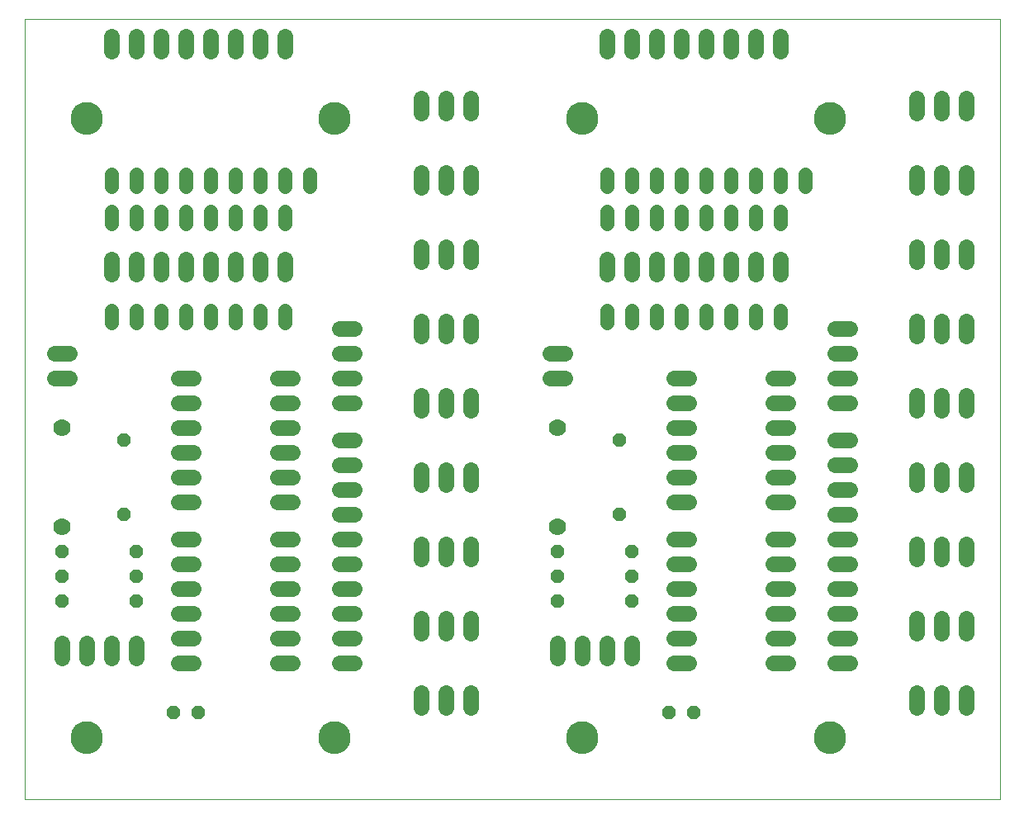
<source format=gts>
G75*
%MOIN*%
%OFA0B0*%
%FSLAX25Y25*%
%IPPOS*%
%LPD*%
%AMOC8*
5,1,8,0,0,1.08239X$1,22.5*
%
%ADD10C,0.00000*%
%ADD11C,0.07000*%
%ADD12C,0.06400*%
%ADD13OC8,0.05600*%
%ADD14C,0.05600*%
%ADD15C,0.12998*%
D10*
X0001000Y0003000D02*
X0001000Y0317961D01*
X0394701Y0317961D01*
X0394701Y0003000D01*
X0001000Y0003000D01*
X0019701Y0028000D02*
X0019703Y0028158D01*
X0019709Y0028316D01*
X0019719Y0028474D01*
X0019733Y0028632D01*
X0019751Y0028789D01*
X0019772Y0028946D01*
X0019798Y0029102D01*
X0019828Y0029258D01*
X0019861Y0029413D01*
X0019899Y0029566D01*
X0019940Y0029719D01*
X0019985Y0029871D01*
X0020034Y0030022D01*
X0020087Y0030171D01*
X0020143Y0030319D01*
X0020203Y0030465D01*
X0020267Y0030610D01*
X0020335Y0030753D01*
X0020406Y0030895D01*
X0020480Y0031035D01*
X0020558Y0031172D01*
X0020640Y0031308D01*
X0020724Y0031442D01*
X0020813Y0031573D01*
X0020904Y0031702D01*
X0020999Y0031829D01*
X0021096Y0031954D01*
X0021197Y0032076D01*
X0021301Y0032195D01*
X0021408Y0032312D01*
X0021518Y0032426D01*
X0021631Y0032537D01*
X0021746Y0032646D01*
X0021864Y0032751D01*
X0021985Y0032853D01*
X0022108Y0032953D01*
X0022234Y0033049D01*
X0022362Y0033142D01*
X0022492Y0033232D01*
X0022625Y0033318D01*
X0022760Y0033402D01*
X0022896Y0033481D01*
X0023035Y0033558D01*
X0023176Y0033630D01*
X0023318Y0033700D01*
X0023462Y0033765D01*
X0023608Y0033827D01*
X0023755Y0033885D01*
X0023904Y0033940D01*
X0024054Y0033991D01*
X0024205Y0034038D01*
X0024357Y0034081D01*
X0024510Y0034120D01*
X0024665Y0034156D01*
X0024820Y0034187D01*
X0024976Y0034215D01*
X0025132Y0034239D01*
X0025289Y0034259D01*
X0025447Y0034275D01*
X0025604Y0034287D01*
X0025763Y0034295D01*
X0025921Y0034299D01*
X0026079Y0034299D01*
X0026237Y0034295D01*
X0026396Y0034287D01*
X0026553Y0034275D01*
X0026711Y0034259D01*
X0026868Y0034239D01*
X0027024Y0034215D01*
X0027180Y0034187D01*
X0027335Y0034156D01*
X0027490Y0034120D01*
X0027643Y0034081D01*
X0027795Y0034038D01*
X0027946Y0033991D01*
X0028096Y0033940D01*
X0028245Y0033885D01*
X0028392Y0033827D01*
X0028538Y0033765D01*
X0028682Y0033700D01*
X0028824Y0033630D01*
X0028965Y0033558D01*
X0029104Y0033481D01*
X0029240Y0033402D01*
X0029375Y0033318D01*
X0029508Y0033232D01*
X0029638Y0033142D01*
X0029766Y0033049D01*
X0029892Y0032953D01*
X0030015Y0032853D01*
X0030136Y0032751D01*
X0030254Y0032646D01*
X0030369Y0032537D01*
X0030482Y0032426D01*
X0030592Y0032312D01*
X0030699Y0032195D01*
X0030803Y0032076D01*
X0030904Y0031954D01*
X0031001Y0031829D01*
X0031096Y0031702D01*
X0031187Y0031573D01*
X0031276Y0031442D01*
X0031360Y0031308D01*
X0031442Y0031172D01*
X0031520Y0031035D01*
X0031594Y0030895D01*
X0031665Y0030753D01*
X0031733Y0030610D01*
X0031797Y0030465D01*
X0031857Y0030319D01*
X0031913Y0030171D01*
X0031966Y0030022D01*
X0032015Y0029871D01*
X0032060Y0029719D01*
X0032101Y0029566D01*
X0032139Y0029413D01*
X0032172Y0029258D01*
X0032202Y0029102D01*
X0032228Y0028946D01*
X0032249Y0028789D01*
X0032267Y0028632D01*
X0032281Y0028474D01*
X0032291Y0028316D01*
X0032297Y0028158D01*
X0032299Y0028000D01*
X0032297Y0027842D01*
X0032291Y0027684D01*
X0032281Y0027526D01*
X0032267Y0027368D01*
X0032249Y0027211D01*
X0032228Y0027054D01*
X0032202Y0026898D01*
X0032172Y0026742D01*
X0032139Y0026587D01*
X0032101Y0026434D01*
X0032060Y0026281D01*
X0032015Y0026129D01*
X0031966Y0025978D01*
X0031913Y0025829D01*
X0031857Y0025681D01*
X0031797Y0025535D01*
X0031733Y0025390D01*
X0031665Y0025247D01*
X0031594Y0025105D01*
X0031520Y0024965D01*
X0031442Y0024828D01*
X0031360Y0024692D01*
X0031276Y0024558D01*
X0031187Y0024427D01*
X0031096Y0024298D01*
X0031001Y0024171D01*
X0030904Y0024046D01*
X0030803Y0023924D01*
X0030699Y0023805D01*
X0030592Y0023688D01*
X0030482Y0023574D01*
X0030369Y0023463D01*
X0030254Y0023354D01*
X0030136Y0023249D01*
X0030015Y0023147D01*
X0029892Y0023047D01*
X0029766Y0022951D01*
X0029638Y0022858D01*
X0029508Y0022768D01*
X0029375Y0022682D01*
X0029240Y0022598D01*
X0029104Y0022519D01*
X0028965Y0022442D01*
X0028824Y0022370D01*
X0028682Y0022300D01*
X0028538Y0022235D01*
X0028392Y0022173D01*
X0028245Y0022115D01*
X0028096Y0022060D01*
X0027946Y0022009D01*
X0027795Y0021962D01*
X0027643Y0021919D01*
X0027490Y0021880D01*
X0027335Y0021844D01*
X0027180Y0021813D01*
X0027024Y0021785D01*
X0026868Y0021761D01*
X0026711Y0021741D01*
X0026553Y0021725D01*
X0026396Y0021713D01*
X0026237Y0021705D01*
X0026079Y0021701D01*
X0025921Y0021701D01*
X0025763Y0021705D01*
X0025604Y0021713D01*
X0025447Y0021725D01*
X0025289Y0021741D01*
X0025132Y0021761D01*
X0024976Y0021785D01*
X0024820Y0021813D01*
X0024665Y0021844D01*
X0024510Y0021880D01*
X0024357Y0021919D01*
X0024205Y0021962D01*
X0024054Y0022009D01*
X0023904Y0022060D01*
X0023755Y0022115D01*
X0023608Y0022173D01*
X0023462Y0022235D01*
X0023318Y0022300D01*
X0023176Y0022370D01*
X0023035Y0022442D01*
X0022896Y0022519D01*
X0022760Y0022598D01*
X0022625Y0022682D01*
X0022492Y0022768D01*
X0022362Y0022858D01*
X0022234Y0022951D01*
X0022108Y0023047D01*
X0021985Y0023147D01*
X0021864Y0023249D01*
X0021746Y0023354D01*
X0021631Y0023463D01*
X0021518Y0023574D01*
X0021408Y0023688D01*
X0021301Y0023805D01*
X0021197Y0023924D01*
X0021096Y0024046D01*
X0020999Y0024171D01*
X0020904Y0024298D01*
X0020813Y0024427D01*
X0020724Y0024558D01*
X0020640Y0024692D01*
X0020558Y0024828D01*
X0020480Y0024965D01*
X0020406Y0025105D01*
X0020335Y0025247D01*
X0020267Y0025390D01*
X0020203Y0025535D01*
X0020143Y0025681D01*
X0020087Y0025829D01*
X0020034Y0025978D01*
X0019985Y0026129D01*
X0019940Y0026281D01*
X0019899Y0026434D01*
X0019861Y0026587D01*
X0019828Y0026742D01*
X0019798Y0026898D01*
X0019772Y0027054D01*
X0019751Y0027211D01*
X0019733Y0027368D01*
X0019719Y0027526D01*
X0019709Y0027684D01*
X0019703Y0027842D01*
X0019701Y0028000D01*
X0119701Y0028000D02*
X0119703Y0028158D01*
X0119709Y0028316D01*
X0119719Y0028474D01*
X0119733Y0028632D01*
X0119751Y0028789D01*
X0119772Y0028946D01*
X0119798Y0029102D01*
X0119828Y0029258D01*
X0119861Y0029413D01*
X0119899Y0029566D01*
X0119940Y0029719D01*
X0119985Y0029871D01*
X0120034Y0030022D01*
X0120087Y0030171D01*
X0120143Y0030319D01*
X0120203Y0030465D01*
X0120267Y0030610D01*
X0120335Y0030753D01*
X0120406Y0030895D01*
X0120480Y0031035D01*
X0120558Y0031172D01*
X0120640Y0031308D01*
X0120724Y0031442D01*
X0120813Y0031573D01*
X0120904Y0031702D01*
X0120999Y0031829D01*
X0121096Y0031954D01*
X0121197Y0032076D01*
X0121301Y0032195D01*
X0121408Y0032312D01*
X0121518Y0032426D01*
X0121631Y0032537D01*
X0121746Y0032646D01*
X0121864Y0032751D01*
X0121985Y0032853D01*
X0122108Y0032953D01*
X0122234Y0033049D01*
X0122362Y0033142D01*
X0122492Y0033232D01*
X0122625Y0033318D01*
X0122760Y0033402D01*
X0122896Y0033481D01*
X0123035Y0033558D01*
X0123176Y0033630D01*
X0123318Y0033700D01*
X0123462Y0033765D01*
X0123608Y0033827D01*
X0123755Y0033885D01*
X0123904Y0033940D01*
X0124054Y0033991D01*
X0124205Y0034038D01*
X0124357Y0034081D01*
X0124510Y0034120D01*
X0124665Y0034156D01*
X0124820Y0034187D01*
X0124976Y0034215D01*
X0125132Y0034239D01*
X0125289Y0034259D01*
X0125447Y0034275D01*
X0125604Y0034287D01*
X0125763Y0034295D01*
X0125921Y0034299D01*
X0126079Y0034299D01*
X0126237Y0034295D01*
X0126396Y0034287D01*
X0126553Y0034275D01*
X0126711Y0034259D01*
X0126868Y0034239D01*
X0127024Y0034215D01*
X0127180Y0034187D01*
X0127335Y0034156D01*
X0127490Y0034120D01*
X0127643Y0034081D01*
X0127795Y0034038D01*
X0127946Y0033991D01*
X0128096Y0033940D01*
X0128245Y0033885D01*
X0128392Y0033827D01*
X0128538Y0033765D01*
X0128682Y0033700D01*
X0128824Y0033630D01*
X0128965Y0033558D01*
X0129104Y0033481D01*
X0129240Y0033402D01*
X0129375Y0033318D01*
X0129508Y0033232D01*
X0129638Y0033142D01*
X0129766Y0033049D01*
X0129892Y0032953D01*
X0130015Y0032853D01*
X0130136Y0032751D01*
X0130254Y0032646D01*
X0130369Y0032537D01*
X0130482Y0032426D01*
X0130592Y0032312D01*
X0130699Y0032195D01*
X0130803Y0032076D01*
X0130904Y0031954D01*
X0131001Y0031829D01*
X0131096Y0031702D01*
X0131187Y0031573D01*
X0131276Y0031442D01*
X0131360Y0031308D01*
X0131442Y0031172D01*
X0131520Y0031035D01*
X0131594Y0030895D01*
X0131665Y0030753D01*
X0131733Y0030610D01*
X0131797Y0030465D01*
X0131857Y0030319D01*
X0131913Y0030171D01*
X0131966Y0030022D01*
X0132015Y0029871D01*
X0132060Y0029719D01*
X0132101Y0029566D01*
X0132139Y0029413D01*
X0132172Y0029258D01*
X0132202Y0029102D01*
X0132228Y0028946D01*
X0132249Y0028789D01*
X0132267Y0028632D01*
X0132281Y0028474D01*
X0132291Y0028316D01*
X0132297Y0028158D01*
X0132299Y0028000D01*
X0132297Y0027842D01*
X0132291Y0027684D01*
X0132281Y0027526D01*
X0132267Y0027368D01*
X0132249Y0027211D01*
X0132228Y0027054D01*
X0132202Y0026898D01*
X0132172Y0026742D01*
X0132139Y0026587D01*
X0132101Y0026434D01*
X0132060Y0026281D01*
X0132015Y0026129D01*
X0131966Y0025978D01*
X0131913Y0025829D01*
X0131857Y0025681D01*
X0131797Y0025535D01*
X0131733Y0025390D01*
X0131665Y0025247D01*
X0131594Y0025105D01*
X0131520Y0024965D01*
X0131442Y0024828D01*
X0131360Y0024692D01*
X0131276Y0024558D01*
X0131187Y0024427D01*
X0131096Y0024298D01*
X0131001Y0024171D01*
X0130904Y0024046D01*
X0130803Y0023924D01*
X0130699Y0023805D01*
X0130592Y0023688D01*
X0130482Y0023574D01*
X0130369Y0023463D01*
X0130254Y0023354D01*
X0130136Y0023249D01*
X0130015Y0023147D01*
X0129892Y0023047D01*
X0129766Y0022951D01*
X0129638Y0022858D01*
X0129508Y0022768D01*
X0129375Y0022682D01*
X0129240Y0022598D01*
X0129104Y0022519D01*
X0128965Y0022442D01*
X0128824Y0022370D01*
X0128682Y0022300D01*
X0128538Y0022235D01*
X0128392Y0022173D01*
X0128245Y0022115D01*
X0128096Y0022060D01*
X0127946Y0022009D01*
X0127795Y0021962D01*
X0127643Y0021919D01*
X0127490Y0021880D01*
X0127335Y0021844D01*
X0127180Y0021813D01*
X0127024Y0021785D01*
X0126868Y0021761D01*
X0126711Y0021741D01*
X0126553Y0021725D01*
X0126396Y0021713D01*
X0126237Y0021705D01*
X0126079Y0021701D01*
X0125921Y0021701D01*
X0125763Y0021705D01*
X0125604Y0021713D01*
X0125447Y0021725D01*
X0125289Y0021741D01*
X0125132Y0021761D01*
X0124976Y0021785D01*
X0124820Y0021813D01*
X0124665Y0021844D01*
X0124510Y0021880D01*
X0124357Y0021919D01*
X0124205Y0021962D01*
X0124054Y0022009D01*
X0123904Y0022060D01*
X0123755Y0022115D01*
X0123608Y0022173D01*
X0123462Y0022235D01*
X0123318Y0022300D01*
X0123176Y0022370D01*
X0123035Y0022442D01*
X0122896Y0022519D01*
X0122760Y0022598D01*
X0122625Y0022682D01*
X0122492Y0022768D01*
X0122362Y0022858D01*
X0122234Y0022951D01*
X0122108Y0023047D01*
X0121985Y0023147D01*
X0121864Y0023249D01*
X0121746Y0023354D01*
X0121631Y0023463D01*
X0121518Y0023574D01*
X0121408Y0023688D01*
X0121301Y0023805D01*
X0121197Y0023924D01*
X0121096Y0024046D01*
X0120999Y0024171D01*
X0120904Y0024298D01*
X0120813Y0024427D01*
X0120724Y0024558D01*
X0120640Y0024692D01*
X0120558Y0024828D01*
X0120480Y0024965D01*
X0120406Y0025105D01*
X0120335Y0025247D01*
X0120267Y0025390D01*
X0120203Y0025535D01*
X0120143Y0025681D01*
X0120087Y0025829D01*
X0120034Y0025978D01*
X0119985Y0026129D01*
X0119940Y0026281D01*
X0119899Y0026434D01*
X0119861Y0026587D01*
X0119828Y0026742D01*
X0119798Y0026898D01*
X0119772Y0027054D01*
X0119751Y0027211D01*
X0119733Y0027368D01*
X0119719Y0027526D01*
X0119709Y0027684D01*
X0119703Y0027842D01*
X0119701Y0028000D01*
X0219701Y0028000D02*
X0219703Y0028158D01*
X0219709Y0028316D01*
X0219719Y0028474D01*
X0219733Y0028632D01*
X0219751Y0028789D01*
X0219772Y0028946D01*
X0219798Y0029102D01*
X0219828Y0029258D01*
X0219861Y0029413D01*
X0219899Y0029566D01*
X0219940Y0029719D01*
X0219985Y0029871D01*
X0220034Y0030022D01*
X0220087Y0030171D01*
X0220143Y0030319D01*
X0220203Y0030465D01*
X0220267Y0030610D01*
X0220335Y0030753D01*
X0220406Y0030895D01*
X0220480Y0031035D01*
X0220558Y0031172D01*
X0220640Y0031308D01*
X0220724Y0031442D01*
X0220813Y0031573D01*
X0220904Y0031702D01*
X0220999Y0031829D01*
X0221096Y0031954D01*
X0221197Y0032076D01*
X0221301Y0032195D01*
X0221408Y0032312D01*
X0221518Y0032426D01*
X0221631Y0032537D01*
X0221746Y0032646D01*
X0221864Y0032751D01*
X0221985Y0032853D01*
X0222108Y0032953D01*
X0222234Y0033049D01*
X0222362Y0033142D01*
X0222492Y0033232D01*
X0222625Y0033318D01*
X0222760Y0033402D01*
X0222896Y0033481D01*
X0223035Y0033558D01*
X0223176Y0033630D01*
X0223318Y0033700D01*
X0223462Y0033765D01*
X0223608Y0033827D01*
X0223755Y0033885D01*
X0223904Y0033940D01*
X0224054Y0033991D01*
X0224205Y0034038D01*
X0224357Y0034081D01*
X0224510Y0034120D01*
X0224665Y0034156D01*
X0224820Y0034187D01*
X0224976Y0034215D01*
X0225132Y0034239D01*
X0225289Y0034259D01*
X0225447Y0034275D01*
X0225604Y0034287D01*
X0225763Y0034295D01*
X0225921Y0034299D01*
X0226079Y0034299D01*
X0226237Y0034295D01*
X0226396Y0034287D01*
X0226553Y0034275D01*
X0226711Y0034259D01*
X0226868Y0034239D01*
X0227024Y0034215D01*
X0227180Y0034187D01*
X0227335Y0034156D01*
X0227490Y0034120D01*
X0227643Y0034081D01*
X0227795Y0034038D01*
X0227946Y0033991D01*
X0228096Y0033940D01*
X0228245Y0033885D01*
X0228392Y0033827D01*
X0228538Y0033765D01*
X0228682Y0033700D01*
X0228824Y0033630D01*
X0228965Y0033558D01*
X0229104Y0033481D01*
X0229240Y0033402D01*
X0229375Y0033318D01*
X0229508Y0033232D01*
X0229638Y0033142D01*
X0229766Y0033049D01*
X0229892Y0032953D01*
X0230015Y0032853D01*
X0230136Y0032751D01*
X0230254Y0032646D01*
X0230369Y0032537D01*
X0230482Y0032426D01*
X0230592Y0032312D01*
X0230699Y0032195D01*
X0230803Y0032076D01*
X0230904Y0031954D01*
X0231001Y0031829D01*
X0231096Y0031702D01*
X0231187Y0031573D01*
X0231276Y0031442D01*
X0231360Y0031308D01*
X0231442Y0031172D01*
X0231520Y0031035D01*
X0231594Y0030895D01*
X0231665Y0030753D01*
X0231733Y0030610D01*
X0231797Y0030465D01*
X0231857Y0030319D01*
X0231913Y0030171D01*
X0231966Y0030022D01*
X0232015Y0029871D01*
X0232060Y0029719D01*
X0232101Y0029566D01*
X0232139Y0029413D01*
X0232172Y0029258D01*
X0232202Y0029102D01*
X0232228Y0028946D01*
X0232249Y0028789D01*
X0232267Y0028632D01*
X0232281Y0028474D01*
X0232291Y0028316D01*
X0232297Y0028158D01*
X0232299Y0028000D01*
X0232297Y0027842D01*
X0232291Y0027684D01*
X0232281Y0027526D01*
X0232267Y0027368D01*
X0232249Y0027211D01*
X0232228Y0027054D01*
X0232202Y0026898D01*
X0232172Y0026742D01*
X0232139Y0026587D01*
X0232101Y0026434D01*
X0232060Y0026281D01*
X0232015Y0026129D01*
X0231966Y0025978D01*
X0231913Y0025829D01*
X0231857Y0025681D01*
X0231797Y0025535D01*
X0231733Y0025390D01*
X0231665Y0025247D01*
X0231594Y0025105D01*
X0231520Y0024965D01*
X0231442Y0024828D01*
X0231360Y0024692D01*
X0231276Y0024558D01*
X0231187Y0024427D01*
X0231096Y0024298D01*
X0231001Y0024171D01*
X0230904Y0024046D01*
X0230803Y0023924D01*
X0230699Y0023805D01*
X0230592Y0023688D01*
X0230482Y0023574D01*
X0230369Y0023463D01*
X0230254Y0023354D01*
X0230136Y0023249D01*
X0230015Y0023147D01*
X0229892Y0023047D01*
X0229766Y0022951D01*
X0229638Y0022858D01*
X0229508Y0022768D01*
X0229375Y0022682D01*
X0229240Y0022598D01*
X0229104Y0022519D01*
X0228965Y0022442D01*
X0228824Y0022370D01*
X0228682Y0022300D01*
X0228538Y0022235D01*
X0228392Y0022173D01*
X0228245Y0022115D01*
X0228096Y0022060D01*
X0227946Y0022009D01*
X0227795Y0021962D01*
X0227643Y0021919D01*
X0227490Y0021880D01*
X0227335Y0021844D01*
X0227180Y0021813D01*
X0227024Y0021785D01*
X0226868Y0021761D01*
X0226711Y0021741D01*
X0226553Y0021725D01*
X0226396Y0021713D01*
X0226237Y0021705D01*
X0226079Y0021701D01*
X0225921Y0021701D01*
X0225763Y0021705D01*
X0225604Y0021713D01*
X0225447Y0021725D01*
X0225289Y0021741D01*
X0225132Y0021761D01*
X0224976Y0021785D01*
X0224820Y0021813D01*
X0224665Y0021844D01*
X0224510Y0021880D01*
X0224357Y0021919D01*
X0224205Y0021962D01*
X0224054Y0022009D01*
X0223904Y0022060D01*
X0223755Y0022115D01*
X0223608Y0022173D01*
X0223462Y0022235D01*
X0223318Y0022300D01*
X0223176Y0022370D01*
X0223035Y0022442D01*
X0222896Y0022519D01*
X0222760Y0022598D01*
X0222625Y0022682D01*
X0222492Y0022768D01*
X0222362Y0022858D01*
X0222234Y0022951D01*
X0222108Y0023047D01*
X0221985Y0023147D01*
X0221864Y0023249D01*
X0221746Y0023354D01*
X0221631Y0023463D01*
X0221518Y0023574D01*
X0221408Y0023688D01*
X0221301Y0023805D01*
X0221197Y0023924D01*
X0221096Y0024046D01*
X0220999Y0024171D01*
X0220904Y0024298D01*
X0220813Y0024427D01*
X0220724Y0024558D01*
X0220640Y0024692D01*
X0220558Y0024828D01*
X0220480Y0024965D01*
X0220406Y0025105D01*
X0220335Y0025247D01*
X0220267Y0025390D01*
X0220203Y0025535D01*
X0220143Y0025681D01*
X0220087Y0025829D01*
X0220034Y0025978D01*
X0219985Y0026129D01*
X0219940Y0026281D01*
X0219899Y0026434D01*
X0219861Y0026587D01*
X0219828Y0026742D01*
X0219798Y0026898D01*
X0219772Y0027054D01*
X0219751Y0027211D01*
X0219733Y0027368D01*
X0219719Y0027526D01*
X0219709Y0027684D01*
X0219703Y0027842D01*
X0219701Y0028000D01*
X0319701Y0028000D02*
X0319703Y0028158D01*
X0319709Y0028316D01*
X0319719Y0028474D01*
X0319733Y0028632D01*
X0319751Y0028789D01*
X0319772Y0028946D01*
X0319798Y0029102D01*
X0319828Y0029258D01*
X0319861Y0029413D01*
X0319899Y0029566D01*
X0319940Y0029719D01*
X0319985Y0029871D01*
X0320034Y0030022D01*
X0320087Y0030171D01*
X0320143Y0030319D01*
X0320203Y0030465D01*
X0320267Y0030610D01*
X0320335Y0030753D01*
X0320406Y0030895D01*
X0320480Y0031035D01*
X0320558Y0031172D01*
X0320640Y0031308D01*
X0320724Y0031442D01*
X0320813Y0031573D01*
X0320904Y0031702D01*
X0320999Y0031829D01*
X0321096Y0031954D01*
X0321197Y0032076D01*
X0321301Y0032195D01*
X0321408Y0032312D01*
X0321518Y0032426D01*
X0321631Y0032537D01*
X0321746Y0032646D01*
X0321864Y0032751D01*
X0321985Y0032853D01*
X0322108Y0032953D01*
X0322234Y0033049D01*
X0322362Y0033142D01*
X0322492Y0033232D01*
X0322625Y0033318D01*
X0322760Y0033402D01*
X0322896Y0033481D01*
X0323035Y0033558D01*
X0323176Y0033630D01*
X0323318Y0033700D01*
X0323462Y0033765D01*
X0323608Y0033827D01*
X0323755Y0033885D01*
X0323904Y0033940D01*
X0324054Y0033991D01*
X0324205Y0034038D01*
X0324357Y0034081D01*
X0324510Y0034120D01*
X0324665Y0034156D01*
X0324820Y0034187D01*
X0324976Y0034215D01*
X0325132Y0034239D01*
X0325289Y0034259D01*
X0325447Y0034275D01*
X0325604Y0034287D01*
X0325763Y0034295D01*
X0325921Y0034299D01*
X0326079Y0034299D01*
X0326237Y0034295D01*
X0326396Y0034287D01*
X0326553Y0034275D01*
X0326711Y0034259D01*
X0326868Y0034239D01*
X0327024Y0034215D01*
X0327180Y0034187D01*
X0327335Y0034156D01*
X0327490Y0034120D01*
X0327643Y0034081D01*
X0327795Y0034038D01*
X0327946Y0033991D01*
X0328096Y0033940D01*
X0328245Y0033885D01*
X0328392Y0033827D01*
X0328538Y0033765D01*
X0328682Y0033700D01*
X0328824Y0033630D01*
X0328965Y0033558D01*
X0329104Y0033481D01*
X0329240Y0033402D01*
X0329375Y0033318D01*
X0329508Y0033232D01*
X0329638Y0033142D01*
X0329766Y0033049D01*
X0329892Y0032953D01*
X0330015Y0032853D01*
X0330136Y0032751D01*
X0330254Y0032646D01*
X0330369Y0032537D01*
X0330482Y0032426D01*
X0330592Y0032312D01*
X0330699Y0032195D01*
X0330803Y0032076D01*
X0330904Y0031954D01*
X0331001Y0031829D01*
X0331096Y0031702D01*
X0331187Y0031573D01*
X0331276Y0031442D01*
X0331360Y0031308D01*
X0331442Y0031172D01*
X0331520Y0031035D01*
X0331594Y0030895D01*
X0331665Y0030753D01*
X0331733Y0030610D01*
X0331797Y0030465D01*
X0331857Y0030319D01*
X0331913Y0030171D01*
X0331966Y0030022D01*
X0332015Y0029871D01*
X0332060Y0029719D01*
X0332101Y0029566D01*
X0332139Y0029413D01*
X0332172Y0029258D01*
X0332202Y0029102D01*
X0332228Y0028946D01*
X0332249Y0028789D01*
X0332267Y0028632D01*
X0332281Y0028474D01*
X0332291Y0028316D01*
X0332297Y0028158D01*
X0332299Y0028000D01*
X0332297Y0027842D01*
X0332291Y0027684D01*
X0332281Y0027526D01*
X0332267Y0027368D01*
X0332249Y0027211D01*
X0332228Y0027054D01*
X0332202Y0026898D01*
X0332172Y0026742D01*
X0332139Y0026587D01*
X0332101Y0026434D01*
X0332060Y0026281D01*
X0332015Y0026129D01*
X0331966Y0025978D01*
X0331913Y0025829D01*
X0331857Y0025681D01*
X0331797Y0025535D01*
X0331733Y0025390D01*
X0331665Y0025247D01*
X0331594Y0025105D01*
X0331520Y0024965D01*
X0331442Y0024828D01*
X0331360Y0024692D01*
X0331276Y0024558D01*
X0331187Y0024427D01*
X0331096Y0024298D01*
X0331001Y0024171D01*
X0330904Y0024046D01*
X0330803Y0023924D01*
X0330699Y0023805D01*
X0330592Y0023688D01*
X0330482Y0023574D01*
X0330369Y0023463D01*
X0330254Y0023354D01*
X0330136Y0023249D01*
X0330015Y0023147D01*
X0329892Y0023047D01*
X0329766Y0022951D01*
X0329638Y0022858D01*
X0329508Y0022768D01*
X0329375Y0022682D01*
X0329240Y0022598D01*
X0329104Y0022519D01*
X0328965Y0022442D01*
X0328824Y0022370D01*
X0328682Y0022300D01*
X0328538Y0022235D01*
X0328392Y0022173D01*
X0328245Y0022115D01*
X0328096Y0022060D01*
X0327946Y0022009D01*
X0327795Y0021962D01*
X0327643Y0021919D01*
X0327490Y0021880D01*
X0327335Y0021844D01*
X0327180Y0021813D01*
X0327024Y0021785D01*
X0326868Y0021761D01*
X0326711Y0021741D01*
X0326553Y0021725D01*
X0326396Y0021713D01*
X0326237Y0021705D01*
X0326079Y0021701D01*
X0325921Y0021701D01*
X0325763Y0021705D01*
X0325604Y0021713D01*
X0325447Y0021725D01*
X0325289Y0021741D01*
X0325132Y0021761D01*
X0324976Y0021785D01*
X0324820Y0021813D01*
X0324665Y0021844D01*
X0324510Y0021880D01*
X0324357Y0021919D01*
X0324205Y0021962D01*
X0324054Y0022009D01*
X0323904Y0022060D01*
X0323755Y0022115D01*
X0323608Y0022173D01*
X0323462Y0022235D01*
X0323318Y0022300D01*
X0323176Y0022370D01*
X0323035Y0022442D01*
X0322896Y0022519D01*
X0322760Y0022598D01*
X0322625Y0022682D01*
X0322492Y0022768D01*
X0322362Y0022858D01*
X0322234Y0022951D01*
X0322108Y0023047D01*
X0321985Y0023147D01*
X0321864Y0023249D01*
X0321746Y0023354D01*
X0321631Y0023463D01*
X0321518Y0023574D01*
X0321408Y0023688D01*
X0321301Y0023805D01*
X0321197Y0023924D01*
X0321096Y0024046D01*
X0320999Y0024171D01*
X0320904Y0024298D01*
X0320813Y0024427D01*
X0320724Y0024558D01*
X0320640Y0024692D01*
X0320558Y0024828D01*
X0320480Y0024965D01*
X0320406Y0025105D01*
X0320335Y0025247D01*
X0320267Y0025390D01*
X0320203Y0025535D01*
X0320143Y0025681D01*
X0320087Y0025829D01*
X0320034Y0025978D01*
X0319985Y0026129D01*
X0319940Y0026281D01*
X0319899Y0026434D01*
X0319861Y0026587D01*
X0319828Y0026742D01*
X0319798Y0026898D01*
X0319772Y0027054D01*
X0319751Y0027211D01*
X0319733Y0027368D01*
X0319719Y0027526D01*
X0319709Y0027684D01*
X0319703Y0027842D01*
X0319701Y0028000D01*
X0319701Y0278000D02*
X0319703Y0278158D01*
X0319709Y0278316D01*
X0319719Y0278474D01*
X0319733Y0278632D01*
X0319751Y0278789D01*
X0319772Y0278946D01*
X0319798Y0279102D01*
X0319828Y0279258D01*
X0319861Y0279413D01*
X0319899Y0279566D01*
X0319940Y0279719D01*
X0319985Y0279871D01*
X0320034Y0280022D01*
X0320087Y0280171D01*
X0320143Y0280319D01*
X0320203Y0280465D01*
X0320267Y0280610D01*
X0320335Y0280753D01*
X0320406Y0280895D01*
X0320480Y0281035D01*
X0320558Y0281172D01*
X0320640Y0281308D01*
X0320724Y0281442D01*
X0320813Y0281573D01*
X0320904Y0281702D01*
X0320999Y0281829D01*
X0321096Y0281954D01*
X0321197Y0282076D01*
X0321301Y0282195D01*
X0321408Y0282312D01*
X0321518Y0282426D01*
X0321631Y0282537D01*
X0321746Y0282646D01*
X0321864Y0282751D01*
X0321985Y0282853D01*
X0322108Y0282953D01*
X0322234Y0283049D01*
X0322362Y0283142D01*
X0322492Y0283232D01*
X0322625Y0283318D01*
X0322760Y0283402D01*
X0322896Y0283481D01*
X0323035Y0283558D01*
X0323176Y0283630D01*
X0323318Y0283700D01*
X0323462Y0283765D01*
X0323608Y0283827D01*
X0323755Y0283885D01*
X0323904Y0283940D01*
X0324054Y0283991D01*
X0324205Y0284038D01*
X0324357Y0284081D01*
X0324510Y0284120D01*
X0324665Y0284156D01*
X0324820Y0284187D01*
X0324976Y0284215D01*
X0325132Y0284239D01*
X0325289Y0284259D01*
X0325447Y0284275D01*
X0325604Y0284287D01*
X0325763Y0284295D01*
X0325921Y0284299D01*
X0326079Y0284299D01*
X0326237Y0284295D01*
X0326396Y0284287D01*
X0326553Y0284275D01*
X0326711Y0284259D01*
X0326868Y0284239D01*
X0327024Y0284215D01*
X0327180Y0284187D01*
X0327335Y0284156D01*
X0327490Y0284120D01*
X0327643Y0284081D01*
X0327795Y0284038D01*
X0327946Y0283991D01*
X0328096Y0283940D01*
X0328245Y0283885D01*
X0328392Y0283827D01*
X0328538Y0283765D01*
X0328682Y0283700D01*
X0328824Y0283630D01*
X0328965Y0283558D01*
X0329104Y0283481D01*
X0329240Y0283402D01*
X0329375Y0283318D01*
X0329508Y0283232D01*
X0329638Y0283142D01*
X0329766Y0283049D01*
X0329892Y0282953D01*
X0330015Y0282853D01*
X0330136Y0282751D01*
X0330254Y0282646D01*
X0330369Y0282537D01*
X0330482Y0282426D01*
X0330592Y0282312D01*
X0330699Y0282195D01*
X0330803Y0282076D01*
X0330904Y0281954D01*
X0331001Y0281829D01*
X0331096Y0281702D01*
X0331187Y0281573D01*
X0331276Y0281442D01*
X0331360Y0281308D01*
X0331442Y0281172D01*
X0331520Y0281035D01*
X0331594Y0280895D01*
X0331665Y0280753D01*
X0331733Y0280610D01*
X0331797Y0280465D01*
X0331857Y0280319D01*
X0331913Y0280171D01*
X0331966Y0280022D01*
X0332015Y0279871D01*
X0332060Y0279719D01*
X0332101Y0279566D01*
X0332139Y0279413D01*
X0332172Y0279258D01*
X0332202Y0279102D01*
X0332228Y0278946D01*
X0332249Y0278789D01*
X0332267Y0278632D01*
X0332281Y0278474D01*
X0332291Y0278316D01*
X0332297Y0278158D01*
X0332299Y0278000D01*
X0332297Y0277842D01*
X0332291Y0277684D01*
X0332281Y0277526D01*
X0332267Y0277368D01*
X0332249Y0277211D01*
X0332228Y0277054D01*
X0332202Y0276898D01*
X0332172Y0276742D01*
X0332139Y0276587D01*
X0332101Y0276434D01*
X0332060Y0276281D01*
X0332015Y0276129D01*
X0331966Y0275978D01*
X0331913Y0275829D01*
X0331857Y0275681D01*
X0331797Y0275535D01*
X0331733Y0275390D01*
X0331665Y0275247D01*
X0331594Y0275105D01*
X0331520Y0274965D01*
X0331442Y0274828D01*
X0331360Y0274692D01*
X0331276Y0274558D01*
X0331187Y0274427D01*
X0331096Y0274298D01*
X0331001Y0274171D01*
X0330904Y0274046D01*
X0330803Y0273924D01*
X0330699Y0273805D01*
X0330592Y0273688D01*
X0330482Y0273574D01*
X0330369Y0273463D01*
X0330254Y0273354D01*
X0330136Y0273249D01*
X0330015Y0273147D01*
X0329892Y0273047D01*
X0329766Y0272951D01*
X0329638Y0272858D01*
X0329508Y0272768D01*
X0329375Y0272682D01*
X0329240Y0272598D01*
X0329104Y0272519D01*
X0328965Y0272442D01*
X0328824Y0272370D01*
X0328682Y0272300D01*
X0328538Y0272235D01*
X0328392Y0272173D01*
X0328245Y0272115D01*
X0328096Y0272060D01*
X0327946Y0272009D01*
X0327795Y0271962D01*
X0327643Y0271919D01*
X0327490Y0271880D01*
X0327335Y0271844D01*
X0327180Y0271813D01*
X0327024Y0271785D01*
X0326868Y0271761D01*
X0326711Y0271741D01*
X0326553Y0271725D01*
X0326396Y0271713D01*
X0326237Y0271705D01*
X0326079Y0271701D01*
X0325921Y0271701D01*
X0325763Y0271705D01*
X0325604Y0271713D01*
X0325447Y0271725D01*
X0325289Y0271741D01*
X0325132Y0271761D01*
X0324976Y0271785D01*
X0324820Y0271813D01*
X0324665Y0271844D01*
X0324510Y0271880D01*
X0324357Y0271919D01*
X0324205Y0271962D01*
X0324054Y0272009D01*
X0323904Y0272060D01*
X0323755Y0272115D01*
X0323608Y0272173D01*
X0323462Y0272235D01*
X0323318Y0272300D01*
X0323176Y0272370D01*
X0323035Y0272442D01*
X0322896Y0272519D01*
X0322760Y0272598D01*
X0322625Y0272682D01*
X0322492Y0272768D01*
X0322362Y0272858D01*
X0322234Y0272951D01*
X0322108Y0273047D01*
X0321985Y0273147D01*
X0321864Y0273249D01*
X0321746Y0273354D01*
X0321631Y0273463D01*
X0321518Y0273574D01*
X0321408Y0273688D01*
X0321301Y0273805D01*
X0321197Y0273924D01*
X0321096Y0274046D01*
X0320999Y0274171D01*
X0320904Y0274298D01*
X0320813Y0274427D01*
X0320724Y0274558D01*
X0320640Y0274692D01*
X0320558Y0274828D01*
X0320480Y0274965D01*
X0320406Y0275105D01*
X0320335Y0275247D01*
X0320267Y0275390D01*
X0320203Y0275535D01*
X0320143Y0275681D01*
X0320087Y0275829D01*
X0320034Y0275978D01*
X0319985Y0276129D01*
X0319940Y0276281D01*
X0319899Y0276434D01*
X0319861Y0276587D01*
X0319828Y0276742D01*
X0319798Y0276898D01*
X0319772Y0277054D01*
X0319751Y0277211D01*
X0319733Y0277368D01*
X0319719Y0277526D01*
X0319709Y0277684D01*
X0319703Y0277842D01*
X0319701Y0278000D01*
X0219701Y0278000D02*
X0219703Y0278158D01*
X0219709Y0278316D01*
X0219719Y0278474D01*
X0219733Y0278632D01*
X0219751Y0278789D01*
X0219772Y0278946D01*
X0219798Y0279102D01*
X0219828Y0279258D01*
X0219861Y0279413D01*
X0219899Y0279566D01*
X0219940Y0279719D01*
X0219985Y0279871D01*
X0220034Y0280022D01*
X0220087Y0280171D01*
X0220143Y0280319D01*
X0220203Y0280465D01*
X0220267Y0280610D01*
X0220335Y0280753D01*
X0220406Y0280895D01*
X0220480Y0281035D01*
X0220558Y0281172D01*
X0220640Y0281308D01*
X0220724Y0281442D01*
X0220813Y0281573D01*
X0220904Y0281702D01*
X0220999Y0281829D01*
X0221096Y0281954D01*
X0221197Y0282076D01*
X0221301Y0282195D01*
X0221408Y0282312D01*
X0221518Y0282426D01*
X0221631Y0282537D01*
X0221746Y0282646D01*
X0221864Y0282751D01*
X0221985Y0282853D01*
X0222108Y0282953D01*
X0222234Y0283049D01*
X0222362Y0283142D01*
X0222492Y0283232D01*
X0222625Y0283318D01*
X0222760Y0283402D01*
X0222896Y0283481D01*
X0223035Y0283558D01*
X0223176Y0283630D01*
X0223318Y0283700D01*
X0223462Y0283765D01*
X0223608Y0283827D01*
X0223755Y0283885D01*
X0223904Y0283940D01*
X0224054Y0283991D01*
X0224205Y0284038D01*
X0224357Y0284081D01*
X0224510Y0284120D01*
X0224665Y0284156D01*
X0224820Y0284187D01*
X0224976Y0284215D01*
X0225132Y0284239D01*
X0225289Y0284259D01*
X0225447Y0284275D01*
X0225604Y0284287D01*
X0225763Y0284295D01*
X0225921Y0284299D01*
X0226079Y0284299D01*
X0226237Y0284295D01*
X0226396Y0284287D01*
X0226553Y0284275D01*
X0226711Y0284259D01*
X0226868Y0284239D01*
X0227024Y0284215D01*
X0227180Y0284187D01*
X0227335Y0284156D01*
X0227490Y0284120D01*
X0227643Y0284081D01*
X0227795Y0284038D01*
X0227946Y0283991D01*
X0228096Y0283940D01*
X0228245Y0283885D01*
X0228392Y0283827D01*
X0228538Y0283765D01*
X0228682Y0283700D01*
X0228824Y0283630D01*
X0228965Y0283558D01*
X0229104Y0283481D01*
X0229240Y0283402D01*
X0229375Y0283318D01*
X0229508Y0283232D01*
X0229638Y0283142D01*
X0229766Y0283049D01*
X0229892Y0282953D01*
X0230015Y0282853D01*
X0230136Y0282751D01*
X0230254Y0282646D01*
X0230369Y0282537D01*
X0230482Y0282426D01*
X0230592Y0282312D01*
X0230699Y0282195D01*
X0230803Y0282076D01*
X0230904Y0281954D01*
X0231001Y0281829D01*
X0231096Y0281702D01*
X0231187Y0281573D01*
X0231276Y0281442D01*
X0231360Y0281308D01*
X0231442Y0281172D01*
X0231520Y0281035D01*
X0231594Y0280895D01*
X0231665Y0280753D01*
X0231733Y0280610D01*
X0231797Y0280465D01*
X0231857Y0280319D01*
X0231913Y0280171D01*
X0231966Y0280022D01*
X0232015Y0279871D01*
X0232060Y0279719D01*
X0232101Y0279566D01*
X0232139Y0279413D01*
X0232172Y0279258D01*
X0232202Y0279102D01*
X0232228Y0278946D01*
X0232249Y0278789D01*
X0232267Y0278632D01*
X0232281Y0278474D01*
X0232291Y0278316D01*
X0232297Y0278158D01*
X0232299Y0278000D01*
X0232297Y0277842D01*
X0232291Y0277684D01*
X0232281Y0277526D01*
X0232267Y0277368D01*
X0232249Y0277211D01*
X0232228Y0277054D01*
X0232202Y0276898D01*
X0232172Y0276742D01*
X0232139Y0276587D01*
X0232101Y0276434D01*
X0232060Y0276281D01*
X0232015Y0276129D01*
X0231966Y0275978D01*
X0231913Y0275829D01*
X0231857Y0275681D01*
X0231797Y0275535D01*
X0231733Y0275390D01*
X0231665Y0275247D01*
X0231594Y0275105D01*
X0231520Y0274965D01*
X0231442Y0274828D01*
X0231360Y0274692D01*
X0231276Y0274558D01*
X0231187Y0274427D01*
X0231096Y0274298D01*
X0231001Y0274171D01*
X0230904Y0274046D01*
X0230803Y0273924D01*
X0230699Y0273805D01*
X0230592Y0273688D01*
X0230482Y0273574D01*
X0230369Y0273463D01*
X0230254Y0273354D01*
X0230136Y0273249D01*
X0230015Y0273147D01*
X0229892Y0273047D01*
X0229766Y0272951D01*
X0229638Y0272858D01*
X0229508Y0272768D01*
X0229375Y0272682D01*
X0229240Y0272598D01*
X0229104Y0272519D01*
X0228965Y0272442D01*
X0228824Y0272370D01*
X0228682Y0272300D01*
X0228538Y0272235D01*
X0228392Y0272173D01*
X0228245Y0272115D01*
X0228096Y0272060D01*
X0227946Y0272009D01*
X0227795Y0271962D01*
X0227643Y0271919D01*
X0227490Y0271880D01*
X0227335Y0271844D01*
X0227180Y0271813D01*
X0227024Y0271785D01*
X0226868Y0271761D01*
X0226711Y0271741D01*
X0226553Y0271725D01*
X0226396Y0271713D01*
X0226237Y0271705D01*
X0226079Y0271701D01*
X0225921Y0271701D01*
X0225763Y0271705D01*
X0225604Y0271713D01*
X0225447Y0271725D01*
X0225289Y0271741D01*
X0225132Y0271761D01*
X0224976Y0271785D01*
X0224820Y0271813D01*
X0224665Y0271844D01*
X0224510Y0271880D01*
X0224357Y0271919D01*
X0224205Y0271962D01*
X0224054Y0272009D01*
X0223904Y0272060D01*
X0223755Y0272115D01*
X0223608Y0272173D01*
X0223462Y0272235D01*
X0223318Y0272300D01*
X0223176Y0272370D01*
X0223035Y0272442D01*
X0222896Y0272519D01*
X0222760Y0272598D01*
X0222625Y0272682D01*
X0222492Y0272768D01*
X0222362Y0272858D01*
X0222234Y0272951D01*
X0222108Y0273047D01*
X0221985Y0273147D01*
X0221864Y0273249D01*
X0221746Y0273354D01*
X0221631Y0273463D01*
X0221518Y0273574D01*
X0221408Y0273688D01*
X0221301Y0273805D01*
X0221197Y0273924D01*
X0221096Y0274046D01*
X0220999Y0274171D01*
X0220904Y0274298D01*
X0220813Y0274427D01*
X0220724Y0274558D01*
X0220640Y0274692D01*
X0220558Y0274828D01*
X0220480Y0274965D01*
X0220406Y0275105D01*
X0220335Y0275247D01*
X0220267Y0275390D01*
X0220203Y0275535D01*
X0220143Y0275681D01*
X0220087Y0275829D01*
X0220034Y0275978D01*
X0219985Y0276129D01*
X0219940Y0276281D01*
X0219899Y0276434D01*
X0219861Y0276587D01*
X0219828Y0276742D01*
X0219798Y0276898D01*
X0219772Y0277054D01*
X0219751Y0277211D01*
X0219733Y0277368D01*
X0219719Y0277526D01*
X0219709Y0277684D01*
X0219703Y0277842D01*
X0219701Y0278000D01*
X0119701Y0278000D02*
X0119703Y0278158D01*
X0119709Y0278316D01*
X0119719Y0278474D01*
X0119733Y0278632D01*
X0119751Y0278789D01*
X0119772Y0278946D01*
X0119798Y0279102D01*
X0119828Y0279258D01*
X0119861Y0279413D01*
X0119899Y0279566D01*
X0119940Y0279719D01*
X0119985Y0279871D01*
X0120034Y0280022D01*
X0120087Y0280171D01*
X0120143Y0280319D01*
X0120203Y0280465D01*
X0120267Y0280610D01*
X0120335Y0280753D01*
X0120406Y0280895D01*
X0120480Y0281035D01*
X0120558Y0281172D01*
X0120640Y0281308D01*
X0120724Y0281442D01*
X0120813Y0281573D01*
X0120904Y0281702D01*
X0120999Y0281829D01*
X0121096Y0281954D01*
X0121197Y0282076D01*
X0121301Y0282195D01*
X0121408Y0282312D01*
X0121518Y0282426D01*
X0121631Y0282537D01*
X0121746Y0282646D01*
X0121864Y0282751D01*
X0121985Y0282853D01*
X0122108Y0282953D01*
X0122234Y0283049D01*
X0122362Y0283142D01*
X0122492Y0283232D01*
X0122625Y0283318D01*
X0122760Y0283402D01*
X0122896Y0283481D01*
X0123035Y0283558D01*
X0123176Y0283630D01*
X0123318Y0283700D01*
X0123462Y0283765D01*
X0123608Y0283827D01*
X0123755Y0283885D01*
X0123904Y0283940D01*
X0124054Y0283991D01*
X0124205Y0284038D01*
X0124357Y0284081D01*
X0124510Y0284120D01*
X0124665Y0284156D01*
X0124820Y0284187D01*
X0124976Y0284215D01*
X0125132Y0284239D01*
X0125289Y0284259D01*
X0125447Y0284275D01*
X0125604Y0284287D01*
X0125763Y0284295D01*
X0125921Y0284299D01*
X0126079Y0284299D01*
X0126237Y0284295D01*
X0126396Y0284287D01*
X0126553Y0284275D01*
X0126711Y0284259D01*
X0126868Y0284239D01*
X0127024Y0284215D01*
X0127180Y0284187D01*
X0127335Y0284156D01*
X0127490Y0284120D01*
X0127643Y0284081D01*
X0127795Y0284038D01*
X0127946Y0283991D01*
X0128096Y0283940D01*
X0128245Y0283885D01*
X0128392Y0283827D01*
X0128538Y0283765D01*
X0128682Y0283700D01*
X0128824Y0283630D01*
X0128965Y0283558D01*
X0129104Y0283481D01*
X0129240Y0283402D01*
X0129375Y0283318D01*
X0129508Y0283232D01*
X0129638Y0283142D01*
X0129766Y0283049D01*
X0129892Y0282953D01*
X0130015Y0282853D01*
X0130136Y0282751D01*
X0130254Y0282646D01*
X0130369Y0282537D01*
X0130482Y0282426D01*
X0130592Y0282312D01*
X0130699Y0282195D01*
X0130803Y0282076D01*
X0130904Y0281954D01*
X0131001Y0281829D01*
X0131096Y0281702D01*
X0131187Y0281573D01*
X0131276Y0281442D01*
X0131360Y0281308D01*
X0131442Y0281172D01*
X0131520Y0281035D01*
X0131594Y0280895D01*
X0131665Y0280753D01*
X0131733Y0280610D01*
X0131797Y0280465D01*
X0131857Y0280319D01*
X0131913Y0280171D01*
X0131966Y0280022D01*
X0132015Y0279871D01*
X0132060Y0279719D01*
X0132101Y0279566D01*
X0132139Y0279413D01*
X0132172Y0279258D01*
X0132202Y0279102D01*
X0132228Y0278946D01*
X0132249Y0278789D01*
X0132267Y0278632D01*
X0132281Y0278474D01*
X0132291Y0278316D01*
X0132297Y0278158D01*
X0132299Y0278000D01*
X0132297Y0277842D01*
X0132291Y0277684D01*
X0132281Y0277526D01*
X0132267Y0277368D01*
X0132249Y0277211D01*
X0132228Y0277054D01*
X0132202Y0276898D01*
X0132172Y0276742D01*
X0132139Y0276587D01*
X0132101Y0276434D01*
X0132060Y0276281D01*
X0132015Y0276129D01*
X0131966Y0275978D01*
X0131913Y0275829D01*
X0131857Y0275681D01*
X0131797Y0275535D01*
X0131733Y0275390D01*
X0131665Y0275247D01*
X0131594Y0275105D01*
X0131520Y0274965D01*
X0131442Y0274828D01*
X0131360Y0274692D01*
X0131276Y0274558D01*
X0131187Y0274427D01*
X0131096Y0274298D01*
X0131001Y0274171D01*
X0130904Y0274046D01*
X0130803Y0273924D01*
X0130699Y0273805D01*
X0130592Y0273688D01*
X0130482Y0273574D01*
X0130369Y0273463D01*
X0130254Y0273354D01*
X0130136Y0273249D01*
X0130015Y0273147D01*
X0129892Y0273047D01*
X0129766Y0272951D01*
X0129638Y0272858D01*
X0129508Y0272768D01*
X0129375Y0272682D01*
X0129240Y0272598D01*
X0129104Y0272519D01*
X0128965Y0272442D01*
X0128824Y0272370D01*
X0128682Y0272300D01*
X0128538Y0272235D01*
X0128392Y0272173D01*
X0128245Y0272115D01*
X0128096Y0272060D01*
X0127946Y0272009D01*
X0127795Y0271962D01*
X0127643Y0271919D01*
X0127490Y0271880D01*
X0127335Y0271844D01*
X0127180Y0271813D01*
X0127024Y0271785D01*
X0126868Y0271761D01*
X0126711Y0271741D01*
X0126553Y0271725D01*
X0126396Y0271713D01*
X0126237Y0271705D01*
X0126079Y0271701D01*
X0125921Y0271701D01*
X0125763Y0271705D01*
X0125604Y0271713D01*
X0125447Y0271725D01*
X0125289Y0271741D01*
X0125132Y0271761D01*
X0124976Y0271785D01*
X0124820Y0271813D01*
X0124665Y0271844D01*
X0124510Y0271880D01*
X0124357Y0271919D01*
X0124205Y0271962D01*
X0124054Y0272009D01*
X0123904Y0272060D01*
X0123755Y0272115D01*
X0123608Y0272173D01*
X0123462Y0272235D01*
X0123318Y0272300D01*
X0123176Y0272370D01*
X0123035Y0272442D01*
X0122896Y0272519D01*
X0122760Y0272598D01*
X0122625Y0272682D01*
X0122492Y0272768D01*
X0122362Y0272858D01*
X0122234Y0272951D01*
X0122108Y0273047D01*
X0121985Y0273147D01*
X0121864Y0273249D01*
X0121746Y0273354D01*
X0121631Y0273463D01*
X0121518Y0273574D01*
X0121408Y0273688D01*
X0121301Y0273805D01*
X0121197Y0273924D01*
X0121096Y0274046D01*
X0120999Y0274171D01*
X0120904Y0274298D01*
X0120813Y0274427D01*
X0120724Y0274558D01*
X0120640Y0274692D01*
X0120558Y0274828D01*
X0120480Y0274965D01*
X0120406Y0275105D01*
X0120335Y0275247D01*
X0120267Y0275390D01*
X0120203Y0275535D01*
X0120143Y0275681D01*
X0120087Y0275829D01*
X0120034Y0275978D01*
X0119985Y0276129D01*
X0119940Y0276281D01*
X0119899Y0276434D01*
X0119861Y0276587D01*
X0119828Y0276742D01*
X0119798Y0276898D01*
X0119772Y0277054D01*
X0119751Y0277211D01*
X0119733Y0277368D01*
X0119719Y0277526D01*
X0119709Y0277684D01*
X0119703Y0277842D01*
X0119701Y0278000D01*
X0019701Y0278000D02*
X0019703Y0278158D01*
X0019709Y0278316D01*
X0019719Y0278474D01*
X0019733Y0278632D01*
X0019751Y0278789D01*
X0019772Y0278946D01*
X0019798Y0279102D01*
X0019828Y0279258D01*
X0019861Y0279413D01*
X0019899Y0279566D01*
X0019940Y0279719D01*
X0019985Y0279871D01*
X0020034Y0280022D01*
X0020087Y0280171D01*
X0020143Y0280319D01*
X0020203Y0280465D01*
X0020267Y0280610D01*
X0020335Y0280753D01*
X0020406Y0280895D01*
X0020480Y0281035D01*
X0020558Y0281172D01*
X0020640Y0281308D01*
X0020724Y0281442D01*
X0020813Y0281573D01*
X0020904Y0281702D01*
X0020999Y0281829D01*
X0021096Y0281954D01*
X0021197Y0282076D01*
X0021301Y0282195D01*
X0021408Y0282312D01*
X0021518Y0282426D01*
X0021631Y0282537D01*
X0021746Y0282646D01*
X0021864Y0282751D01*
X0021985Y0282853D01*
X0022108Y0282953D01*
X0022234Y0283049D01*
X0022362Y0283142D01*
X0022492Y0283232D01*
X0022625Y0283318D01*
X0022760Y0283402D01*
X0022896Y0283481D01*
X0023035Y0283558D01*
X0023176Y0283630D01*
X0023318Y0283700D01*
X0023462Y0283765D01*
X0023608Y0283827D01*
X0023755Y0283885D01*
X0023904Y0283940D01*
X0024054Y0283991D01*
X0024205Y0284038D01*
X0024357Y0284081D01*
X0024510Y0284120D01*
X0024665Y0284156D01*
X0024820Y0284187D01*
X0024976Y0284215D01*
X0025132Y0284239D01*
X0025289Y0284259D01*
X0025447Y0284275D01*
X0025604Y0284287D01*
X0025763Y0284295D01*
X0025921Y0284299D01*
X0026079Y0284299D01*
X0026237Y0284295D01*
X0026396Y0284287D01*
X0026553Y0284275D01*
X0026711Y0284259D01*
X0026868Y0284239D01*
X0027024Y0284215D01*
X0027180Y0284187D01*
X0027335Y0284156D01*
X0027490Y0284120D01*
X0027643Y0284081D01*
X0027795Y0284038D01*
X0027946Y0283991D01*
X0028096Y0283940D01*
X0028245Y0283885D01*
X0028392Y0283827D01*
X0028538Y0283765D01*
X0028682Y0283700D01*
X0028824Y0283630D01*
X0028965Y0283558D01*
X0029104Y0283481D01*
X0029240Y0283402D01*
X0029375Y0283318D01*
X0029508Y0283232D01*
X0029638Y0283142D01*
X0029766Y0283049D01*
X0029892Y0282953D01*
X0030015Y0282853D01*
X0030136Y0282751D01*
X0030254Y0282646D01*
X0030369Y0282537D01*
X0030482Y0282426D01*
X0030592Y0282312D01*
X0030699Y0282195D01*
X0030803Y0282076D01*
X0030904Y0281954D01*
X0031001Y0281829D01*
X0031096Y0281702D01*
X0031187Y0281573D01*
X0031276Y0281442D01*
X0031360Y0281308D01*
X0031442Y0281172D01*
X0031520Y0281035D01*
X0031594Y0280895D01*
X0031665Y0280753D01*
X0031733Y0280610D01*
X0031797Y0280465D01*
X0031857Y0280319D01*
X0031913Y0280171D01*
X0031966Y0280022D01*
X0032015Y0279871D01*
X0032060Y0279719D01*
X0032101Y0279566D01*
X0032139Y0279413D01*
X0032172Y0279258D01*
X0032202Y0279102D01*
X0032228Y0278946D01*
X0032249Y0278789D01*
X0032267Y0278632D01*
X0032281Y0278474D01*
X0032291Y0278316D01*
X0032297Y0278158D01*
X0032299Y0278000D01*
X0032297Y0277842D01*
X0032291Y0277684D01*
X0032281Y0277526D01*
X0032267Y0277368D01*
X0032249Y0277211D01*
X0032228Y0277054D01*
X0032202Y0276898D01*
X0032172Y0276742D01*
X0032139Y0276587D01*
X0032101Y0276434D01*
X0032060Y0276281D01*
X0032015Y0276129D01*
X0031966Y0275978D01*
X0031913Y0275829D01*
X0031857Y0275681D01*
X0031797Y0275535D01*
X0031733Y0275390D01*
X0031665Y0275247D01*
X0031594Y0275105D01*
X0031520Y0274965D01*
X0031442Y0274828D01*
X0031360Y0274692D01*
X0031276Y0274558D01*
X0031187Y0274427D01*
X0031096Y0274298D01*
X0031001Y0274171D01*
X0030904Y0274046D01*
X0030803Y0273924D01*
X0030699Y0273805D01*
X0030592Y0273688D01*
X0030482Y0273574D01*
X0030369Y0273463D01*
X0030254Y0273354D01*
X0030136Y0273249D01*
X0030015Y0273147D01*
X0029892Y0273047D01*
X0029766Y0272951D01*
X0029638Y0272858D01*
X0029508Y0272768D01*
X0029375Y0272682D01*
X0029240Y0272598D01*
X0029104Y0272519D01*
X0028965Y0272442D01*
X0028824Y0272370D01*
X0028682Y0272300D01*
X0028538Y0272235D01*
X0028392Y0272173D01*
X0028245Y0272115D01*
X0028096Y0272060D01*
X0027946Y0272009D01*
X0027795Y0271962D01*
X0027643Y0271919D01*
X0027490Y0271880D01*
X0027335Y0271844D01*
X0027180Y0271813D01*
X0027024Y0271785D01*
X0026868Y0271761D01*
X0026711Y0271741D01*
X0026553Y0271725D01*
X0026396Y0271713D01*
X0026237Y0271705D01*
X0026079Y0271701D01*
X0025921Y0271701D01*
X0025763Y0271705D01*
X0025604Y0271713D01*
X0025447Y0271725D01*
X0025289Y0271741D01*
X0025132Y0271761D01*
X0024976Y0271785D01*
X0024820Y0271813D01*
X0024665Y0271844D01*
X0024510Y0271880D01*
X0024357Y0271919D01*
X0024205Y0271962D01*
X0024054Y0272009D01*
X0023904Y0272060D01*
X0023755Y0272115D01*
X0023608Y0272173D01*
X0023462Y0272235D01*
X0023318Y0272300D01*
X0023176Y0272370D01*
X0023035Y0272442D01*
X0022896Y0272519D01*
X0022760Y0272598D01*
X0022625Y0272682D01*
X0022492Y0272768D01*
X0022362Y0272858D01*
X0022234Y0272951D01*
X0022108Y0273047D01*
X0021985Y0273147D01*
X0021864Y0273249D01*
X0021746Y0273354D01*
X0021631Y0273463D01*
X0021518Y0273574D01*
X0021408Y0273688D01*
X0021301Y0273805D01*
X0021197Y0273924D01*
X0021096Y0274046D01*
X0020999Y0274171D01*
X0020904Y0274298D01*
X0020813Y0274427D01*
X0020724Y0274558D01*
X0020640Y0274692D01*
X0020558Y0274828D01*
X0020480Y0274965D01*
X0020406Y0275105D01*
X0020335Y0275247D01*
X0020267Y0275390D01*
X0020203Y0275535D01*
X0020143Y0275681D01*
X0020087Y0275829D01*
X0020034Y0275978D01*
X0019985Y0276129D01*
X0019940Y0276281D01*
X0019899Y0276434D01*
X0019861Y0276587D01*
X0019828Y0276742D01*
X0019798Y0276898D01*
X0019772Y0277054D01*
X0019751Y0277211D01*
X0019733Y0277368D01*
X0019719Y0277526D01*
X0019709Y0277684D01*
X0019703Y0277842D01*
X0019701Y0278000D01*
D11*
X0016000Y0153000D03*
X0016000Y0113000D03*
X0216000Y0113000D03*
X0216000Y0153000D03*
D12*
X0219000Y0173000D02*
X0213000Y0173000D01*
X0213000Y0183000D02*
X0219000Y0183000D01*
X0236000Y0215000D02*
X0236000Y0221000D01*
X0246000Y0221000D02*
X0246000Y0215000D01*
X0256000Y0215000D02*
X0256000Y0221000D01*
X0266000Y0221000D02*
X0266000Y0215000D01*
X0276000Y0215000D02*
X0276000Y0221000D01*
X0286000Y0221000D02*
X0286000Y0215000D01*
X0296000Y0215000D02*
X0296000Y0221000D01*
X0306000Y0221000D02*
X0306000Y0215000D01*
X0328000Y0193000D02*
X0334000Y0193000D01*
X0334000Y0183000D02*
X0328000Y0183000D01*
X0328000Y0173000D02*
X0334000Y0173000D01*
X0334000Y0163000D02*
X0328000Y0163000D01*
X0328000Y0148000D02*
X0334000Y0148000D01*
X0334000Y0138000D02*
X0328000Y0138000D01*
X0328000Y0128000D02*
X0334000Y0128000D01*
X0334000Y0118000D02*
X0328000Y0118000D01*
X0328000Y0108000D02*
X0334000Y0108000D01*
X0334000Y0098000D02*
X0328000Y0098000D01*
X0328000Y0088000D02*
X0334000Y0088000D01*
X0334000Y0078000D02*
X0328000Y0078000D01*
X0328000Y0068000D02*
X0334000Y0068000D01*
X0334000Y0058000D02*
X0328000Y0058000D01*
X0309000Y0058000D02*
X0303000Y0058000D01*
X0303000Y0068000D02*
X0309000Y0068000D01*
X0309000Y0078000D02*
X0303000Y0078000D01*
X0303000Y0088000D02*
X0309000Y0088000D01*
X0309000Y0098000D02*
X0303000Y0098000D01*
X0303000Y0108000D02*
X0309000Y0108000D01*
X0309000Y0123000D02*
X0303000Y0123000D01*
X0303000Y0133000D02*
X0309000Y0133000D01*
X0309000Y0143000D02*
X0303000Y0143000D01*
X0303000Y0153000D02*
X0309000Y0153000D01*
X0309000Y0163000D02*
X0303000Y0163000D01*
X0303000Y0173000D02*
X0309000Y0173000D01*
X0269000Y0173000D02*
X0263000Y0173000D01*
X0263000Y0163000D02*
X0269000Y0163000D01*
X0269000Y0153000D02*
X0263000Y0153000D01*
X0263000Y0143000D02*
X0269000Y0143000D01*
X0269000Y0133000D02*
X0263000Y0133000D01*
X0263000Y0123000D02*
X0269000Y0123000D01*
X0269000Y0108000D02*
X0263000Y0108000D01*
X0263000Y0098000D02*
X0269000Y0098000D01*
X0269000Y0088000D02*
X0263000Y0088000D01*
X0263000Y0078000D02*
X0269000Y0078000D01*
X0269000Y0068000D02*
X0263000Y0068000D01*
X0263000Y0058000D02*
X0269000Y0058000D01*
X0246000Y0060000D02*
X0246000Y0066000D01*
X0236000Y0066000D02*
X0236000Y0060000D01*
X0226000Y0060000D02*
X0226000Y0066000D01*
X0216000Y0066000D02*
X0216000Y0060000D01*
X0181000Y0070000D02*
X0181000Y0076000D01*
X0171000Y0076000D02*
X0171000Y0070000D01*
X0161000Y0070000D02*
X0161000Y0076000D01*
X0134000Y0078000D02*
X0128000Y0078000D01*
X0128000Y0068000D02*
X0134000Y0068000D01*
X0134000Y0058000D02*
X0128000Y0058000D01*
X0109000Y0058000D02*
X0103000Y0058000D01*
X0103000Y0068000D02*
X0109000Y0068000D01*
X0109000Y0078000D02*
X0103000Y0078000D01*
X0103000Y0088000D02*
X0109000Y0088000D01*
X0109000Y0098000D02*
X0103000Y0098000D01*
X0103000Y0108000D02*
X0109000Y0108000D01*
X0109000Y0123000D02*
X0103000Y0123000D01*
X0103000Y0133000D02*
X0109000Y0133000D01*
X0109000Y0143000D02*
X0103000Y0143000D01*
X0103000Y0153000D02*
X0109000Y0153000D01*
X0109000Y0163000D02*
X0103000Y0163000D01*
X0103000Y0173000D02*
X0109000Y0173000D01*
X0128000Y0173000D02*
X0134000Y0173000D01*
X0134000Y0163000D02*
X0128000Y0163000D01*
X0128000Y0148000D02*
X0134000Y0148000D01*
X0134000Y0138000D02*
X0128000Y0138000D01*
X0128000Y0128000D02*
X0134000Y0128000D01*
X0134000Y0118000D02*
X0128000Y0118000D01*
X0128000Y0108000D02*
X0134000Y0108000D01*
X0134000Y0098000D02*
X0128000Y0098000D01*
X0128000Y0088000D02*
X0134000Y0088000D01*
X0161000Y0100000D02*
X0161000Y0106000D01*
X0171000Y0106000D02*
X0171000Y0100000D01*
X0181000Y0100000D02*
X0181000Y0106000D01*
X0181000Y0130000D02*
X0181000Y0136000D01*
X0171000Y0136000D02*
X0171000Y0130000D01*
X0161000Y0130000D02*
X0161000Y0136000D01*
X0161000Y0160000D02*
X0161000Y0166000D01*
X0171000Y0166000D02*
X0171000Y0160000D01*
X0181000Y0160000D02*
X0181000Y0166000D01*
X0181000Y0190000D02*
X0181000Y0196000D01*
X0171000Y0196000D02*
X0171000Y0190000D01*
X0161000Y0190000D02*
X0161000Y0196000D01*
X0161000Y0220000D02*
X0161000Y0226000D01*
X0171000Y0226000D02*
X0171000Y0220000D01*
X0181000Y0220000D02*
X0181000Y0226000D01*
X0181000Y0250000D02*
X0181000Y0256000D01*
X0171000Y0256000D02*
X0171000Y0250000D01*
X0161000Y0250000D02*
X0161000Y0256000D01*
X0161000Y0280000D02*
X0161000Y0286000D01*
X0171000Y0286000D02*
X0171000Y0280000D01*
X0181000Y0280000D02*
X0181000Y0286000D01*
X0236000Y0305000D02*
X0236000Y0311000D01*
X0246000Y0311000D02*
X0246000Y0305000D01*
X0256000Y0305000D02*
X0256000Y0311000D01*
X0266000Y0311000D02*
X0266000Y0305000D01*
X0276000Y0305000D02*
X0276000Y0311000D01*
X0286000Y0311000D02*
X0286000Y0305000D01*
X0296000Y0305000D02*
X0296000Y0311000D01*
X0306000Y0311000D02*
X0306000Y0305000D01*
X0361000Y0286000D02*
X0361000Y0280000D01*
X0371000Y0280000D02*
X0371000Y0286000D01*
X0381000Y0286000D02*
X0381000Y0280000D01*
X0381000Y0256000D02*
X0381000Y0250000D01*
X0371000Y0250000D02*
X0371000Y0256000D01*
X0361000Y0256000D02*
X0361000Y0250000D01*
X0361000Y0226000D02*
X0361000Y0220000D01*
X0371000Y0220000D02*
X0371000Y0226000D01*
X0381000Y0226000D02*
X0381000Y0220000D01*
X0381000Y0196000D02*
X0381000Y0190000D01*
X0371000Y0190000D02*
X0371000Y0196000D01*
X0361000Y0196000D02*
X0361000Y0190000D01*
X0361000Y0166000D02*
X0361000Y0160000D01*
X0371000Y0160000D02*
X0371000Y0166000D01*
X0381000Y0166000D02*
X0381000Y0160000D01*
X0381000Y0136000D02*
X0381000Y0130000D01*
X0371000Y0130000D02*
X0371000Y0136000D01*
X0361000Y0136000D02*
X0361000Y0130000D01*
X0361000Y0106000D02*
X0361000Y0100000D01*
X0371000Y0100000D02*
X0371000Y0106000D01*
X0381000Y0106000D02*
X0381000Y0100000D01*
X0381000Y0076000D02*
X0381000Y0070000D01*
X0371000Y0070000D02*
X0371000Y0076000D01*
X0361000Y0076000D02*
X0361000Y0070000D01*
X0361000Y0046000D02*
X0361000Y0040000D01*
X0371000Y0040000D02*
X0371000Y0046000D01*
X0381000Y0046000D02*
X0381000Y0040000D01*
X0181000Y0040000D02*
X0181000Y0046000D01*
X0171000Y0046000D02*
X0171000Y0040000D01*
X0161000Y0040000D02*
X0161000Y0046000D01*
X0069000Y0058000D02*
X0063000Y0058000D01*
X0063000Y0068000D02*
X0069000Y0068000D01*
X0069000Y0078000D02*
X0063000Y0078000D01*
X0063000Y0088000D02*
X0069000Y0088000D01*
X0069000Y0098000D02*
X0063000Y0098000D01*
X0063000Y0108000D02*
X0069000Y0108000D01*
X0069000Y0123000D02*
X0063000Y0123000D01*
X0063000Y0133000D02*
X0069000Y0133000D01*
X0069000Y0143000D02*
X0063000Y0143000D01*
X0063000Y0153000D02*
X0069000Y0153000D01*
X0069000Y0163000D02*
X0063000Y0163000D01*
X0063000Y0173000D02*
X0069000Y0173000D01*
X0066000Y0215000D02*
X0066000Y0221000D01*
X0056000Y0221000D02*
X0056000Y0215000D01*
X0046000Y0215000D02*
X0046000Y0221000D01*
X0036000Y0221000D02*
X0036000Y0215000D01*
X0019000Y0183000D02*
X0013000Y0183000D01*
X0013000Y0173000D02*
X0019000Y0173000D01*
X0076000Y0215000D02*
X0076000Y0221000D01*
X0086000Y0221000D02*
X0086000Y0215000D01*
X0096000Y0215000D02*
X0096000Y0221000D01*
X0106000Y0221000D02*
X0106000Y0215000D01*
X0128000Y0193000D02*
X0134000Y0193000D01*
X0134000Y0183000D02*
X0128000Y0183000D01*
X0046000Y0066000D02*
X0046000Y0060000D01*
X0036000Y0060000D02*
X0036000Y0066000D01*
X0026000Y0066000D02*
X0026000Y0060000D01*
X0016000Y0060000D02*
X0016000Y0066000D01*
X0036000Y0305000D02*
X0036000Y0311000D01*
X0046000Y0311000D02*
X0046000Y0305000D01*
X0056000Y0305000D02*
X0056000Y0311000D01*
X0066000Y0311000D02*
X0066000Y0305000D01*
X0076000Y0305000D02*
X0076000Y0311000D01*
X0086000Y0311000D02*
X0086000Y0305000D01*
X0096000Y0305000D02*
X0096000Y0311000D01*
X0106000Y0311000D02*
X0106000Y0305000D01*
D13*
X0041000Y0148000D03*
X0041000Y0118000D03*
X0046000Y0103000D03*
X0046000Y0093000D03*
X0046000Y0083000D03*
X0016000Y0083000D03*
X0016000Y0093000D03*
X0016000Y0103000D03*
X0061000Y0038000D03*
X0071000Y0038000D03*
X0216000Y0083000D03*
X0216000Y0093000D03*
X0216000Y0103000D03*
X0241000Y0118000D03*
X0246000Y0103000D03*
X0246000Y0093000D03*
X0246000Y0083000D03*
X0261000Y0038000D03*
X0271000Y0038000D03*
X0241000Y0148000D03*
D14*
X0236000Y0195400D02*
X0236000Y0200600D01*
X0246000Y0200600D02*
X0246000Y0195400D01*
X0256000Y0195400D02*
X0256000Y0200600D01*
X0266000Y0200600D02*
X0266000Y0195400D01*
X0276000Y0195400D02*
X0276000Y0200600D01*
X0286000Y0200600D02*
X0286000Y0195400D01*
X0296000Y0195400D02*
X0296000Y0200600D01*
X0306000Y0200600D02*
X0306000Y0195400D01*
X0306000Y0235400D02*
X0306000Y0240600D01*
X0296000Y0240600D02*
X0296000Y0235400D01*
X0286000Y0235400D02*
X0286000Y0240600D01*
X0276000Y0240600D02*
X0276000Y0235400D01*
X0266000Y0235400D02*
X0266000Y0240600D01*
X0256000Y0240600D02*
X0256000Y0235400D01*
X0246000Y0235400D02*
X0246000Y0240600D01*
X0236000Y0240600D02*
X0236000Y0235400D01*
X0236000Y0250400D02*
X0236000Y0255600D01*
X0246000Y0255600D02*
X0246000Y0250400D01*
X0256000Y0250400D02*
X0256000Y0255600D01*
X0266000Y0255600D02*
X0266000Y0250400D01*
X0276000Y0250400D02*
X0276000Y0255600D01*
X0286000Y0255600D02*
X0286000Y0250400D01*
X0296000Y0250400D02*
X0296000Y0255600D01*
X0306000Y0255600D02*
X0306000Y0250400D01*
X0316000Y0250400D02*
X0316000Y0255600D01*
X0116000Y0255600D02*
X0116000Y0250400D01*
X0106000Y0250400D02*
X0106000Y0255600D01*
X0096000Y0255600D02*
X0096000Y0250400D01*
X0086000Y0250400D02*
X0086000Y0255600D01*
X0076000Y0255600D02*
X0076000Y0250400D01*
X0066000Y0250400D02*
X0066000Y0255600D01*
X0056000Y0255600D02*
X0056000Y0250400D01*
X0046000Y0250400D02*
X0046000Y0255600D01*
X0036000Y0255600D02*
X0036000Y0250400D01*
X0036000Y0240600D02*
X0036000Y0235400D01*
X0046000Y0235400D02*
X0046000Y0240600D01*
X0056000Y0240600D02*
X0056000Y0235400D01*
X0066000Y0235400D02*
X0066000Y0240600D01*
X0076000Y0240600D02*
X0076000Y0235400D01*
X0086000Y0235400D02*
X0086000Y0240600D01*
X0096000Y0240600D02*
X0096000Y0235400D01*
X0106000Y0235400D02*
X0106000Y0240600D01*
X0106000Y0200600D02*
X0106000Y0195400D01*
X0096000Y0195400D02*
X0096000Y0200600D01*
X0086000Y0200600D02*
X0086000Y0195400D01*
X0076000Y0195400D02*
X0076000Y0200600D01*
X0066000Y0200600D02*
X0066000Y0195400D01*
X0056000Y0195400D02*
X0056000Y0200600D01*
X0046000Y0200600D02*
X0046000Y0195400D01*
X0036000Y0195400D02*
X0036000Y0200600D01*
D15*
X0026000Y0278000D03*
X0126000Y0278000D03*
X0226000Y0278000D03*
X0326000Y0278000D03*
X0326000Y0028000D03*
X0226000Y0028000D03*
X0126000Y0028000D03*
X0026000Y0028000D03*
M02*

</source>
